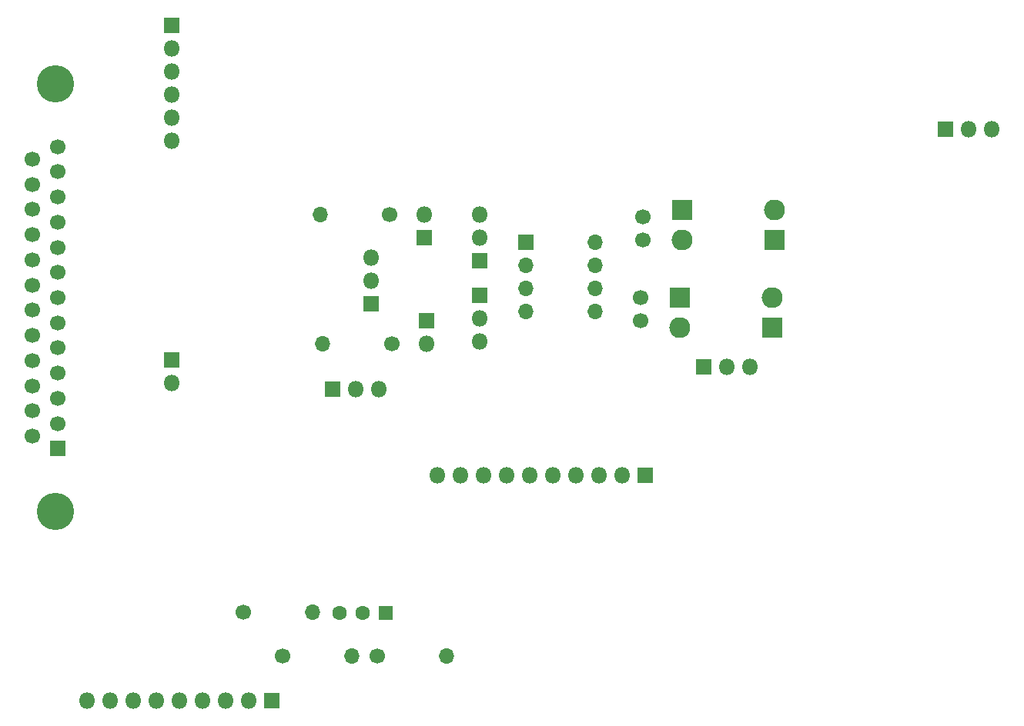
<source format=gbr>
%TF.GenerationSoftware,KiCad,Pcbnew,(5.1.6)-1*%
%TF.CreationDate,2022-12-03T16:28:51-08:00*%
%TF.ProjectId,DP1600iAuxBot,44503136-3030-4694-9175-78426f742e6b,rev?*%
%TF.SameCoordinates,Original*%
%TF.FileFunction,Soldermask,Top*%
%TF.FilePolarity,Negative*%
%FSLAX46Y46*%
G04 Gerber Fmt 4.6, Leading zero omitted, Abs format (unit mm)*
G04 Created by KiCad (PCBNEW (5.1.6)-1) date 2022-12-03 16:28:51*
%MOMM*%
%LPD*%
G01*
G04 APERTURE LIST*
%ADD10O,1.800000X1.800000*%
%ADD11R,1.800000X1.800000*%
%ADD12O,2.300000X2.300000*%
%ADD13R,2.300000X2.300000*%
%ADD14O,1.700000X1.700000*%
%ADD15C,1.700000*%
%ADD16R,1.600000X1.600000*%
%ADD17C,1.600000*%
%ADD18R,1.700000X1.700000*%
%ADD19C,4.100000*%
G04 APERTURE END LIST*
D10*
%TO.C,JP7*%
X184200800Y-84582000D03*
X181660800Y-84582000D03*
D11*
X179120800Y-84582000D03*
%TD*%
D10*
%TO.C,JP6*%
X143383000Y-87020400D03*
X140843000Y-87020400D03*
D11*
X138303000Y-87020400D03*
%TD*%
D10*
%TO.C,JP5*%
X142570200Y-72567800D03*
X142570200Y-75107800D03*
D11*
X142570200Y-77647800D03*
%TD*%
D12*
%TO.C,D4*%
X176555400Y-80213200D03*
D13*
X186715400Y-80213200D03*
%TD*%
D12*
%TO.C,D2*%
X176809400Y-70586600D03*
D13*
X186969400Y-70586600D03*
%TD*%
D14*
%TO.C,R15*%
X137236200Y-82042000D03*
D15*
X144856200Y-82042000D03*
%TD*%
D14*
%TO.C,R14*%
X136982200Y-67818000D03*
D15*
X144602200Y-67818000D03*
%TD*%
D14*
%TO.C,R3*%
X136093200Y-111582200D03*
D15*
X128473200Y-111582200D03*
%TD*%
D14*
%TO.C,R2*%
X140411200Y-116408200D03*
D15*
X132791200Y-116408200D03*
%TD*%
D14*
%TO.C,R1*%
X150825200Y-116408200D03*
D15*
X143205200Y-116408200D03*
%TD*%
D16*
%TO.C,Q1*%
X144183100Y-111607600D03*
D17*
X139103100Y-111607600D03*
X141643100Y-111607600D03*
%TD*%
D10*
%TO.C,JP4*%
X154508200Y-81788000D03*
X154508200Y-79248000D03*
D11*
X154508200Y-76708000D03*
%TD*%
D10*
%TO.C,JP3*%
X154508200Y-67818000D03*
X154508200Y-70358000D03*
D11*
X154508200Y-72898000D03*
%TD*%
D10*
%TO.C,JP2*%
X148666200Y-82042000D03*
D11*
X148666200Y-79502000D03*
%TD*%
D10*
%TO.C,JP1*%
X148412200Y-67818000D03*
D11*
X148412200Y-70358000D03*
%TD*%
D10*
%TO.C,J6*%
X149860000Y-96520000D03*
X152400000Y-96520000D03*
X154940000Y-96520000D03*
X157480000Y-96520000D03*
X160020000Y-96520000D03*
X162560000Y-96520000D03*
X165100000Y-96520000D03*
X167640000Y-96520000D03*
X170180000Y-96520000D03*
D11*
X172720000Y-96520000D03*
%TD*%
D10*
%TO.C,J5*%
X111302800Y-121285000D03*
X113842800Y-121285000D03*
X116382800Y-121285000D03*
X118922800Y-121285000D03*
X121462800Y-121285000D03*
X124002800Y-121285000D03*
X126542800Y-121285000D03*
X129082800Y-121285000D03*
D11*
X131622800Y-121285000D03*
%TD*%
D10*
%TO.C,J4*%
X120650000Y-59690000D03*
X120650000Y-57150000D03*
X120650000Y-54610000D03*
X120650000Y-52070000D03*
X120650000Y-49530000D03*
D11*
X120650000Y-46990000D03*
%TD*%
D10*
%TO.C,J3*%
X210820000Y-58420000D03*
X208280000Y-58420000D03*
D11*
X205740000Y-58420000D03*
%TD*%
D10*
%TO.C,J2*%
X120650000Y-86360000D03*
D11*
X120650000Y-83820000D03*
%TD*%
D14*
%TO.C,IC1*%
X167208200Y-70866000D03*
X159588200Y-78486000D03*
X167208200Y-73406000D03*
X159588200Y-75946000D03*
X167208200Y-75946000D03*
X159588200Y-73406000D03*
X167208200Y-78486000D03*
D18*
X159588200Y-70866000D03*
%TD*%
D12*
%TO.C,D3*%
X186715400Y-76962000D03*
D13*
X176555400Y-76962000D03*
%TD*%
D12*
%TO.C,D1*%
X186969400Y-67310000D03*
D13*
X176809400Y-67310000D03*
%TD*%
D15*
%TO.C,C2*%
X172237400Y-79462000D03*
X172237400Y-76962000D03*
%TD*%
%TO.C,C1*%
X172491400Y-70572000D03*
X172491400Y-68072000D03*
%TD*%
D19*
%TO.C,J1*%
X107827800Y-100478200D03*
X107827800Y-53378200D03*
D15*
X105287800Y-61693200D03*
X105287800Y-64463200D03*
X105287800Y-67233200D03*
X105287800Y-70003200D03*
X105287800Y-72773200D03*
X105287800Y-75543200D03*
X105287800Y-78313200D03*
X105287800Y-81083200D03*
X105287800Y-83853200D03*
X105287800Y-86623200D03*
X105287800Y-89393200D03*
X105287800Y-92163200D03*
X108127800Y-60308200D03*
X108127800Y-63078200D03*
X108127800Y-65848200D03*
X108127800Y-68618200D03*
X108127800Y-71388200D03*
X108127800Y-74158200D03*
X108127800Y-76928200D03*
X108127800Y-79698200D03*
X108127800Y-82468200D03*
X108127800Y-85238200D03*
X108127800Y-88008200D03*
X108127800Y-90778200D03*
D18*
X108127800Y-93548200D03*
%TD*%
M02*

</source>
